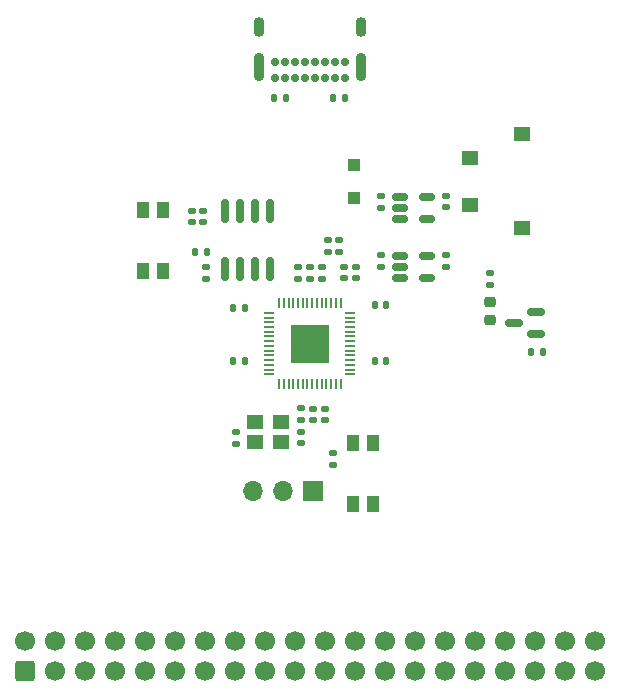
<source format=gbr>
%TF.GenerationSoftware,KiCad,Pcbnew,6.0.7+dfsg-1~bpo11+1*%
%TF.CreationDate,2022-08-19T21:28:34-04:00*%
%TF.ProjectId,iov-rp2040,696f762d-7270-4323-9034-302e6b696361,rev?*%
%TF.SameCoordinates,Original*%
%TF.FileFunction,Soldermask,Top*%
%TF.FilePolarity,Negative*%
%FSLAX46Y46*%
G04 Gerber Fmt 4.6, Leading zero omitted, Abs format (unit mm)*
G04 Created by KiCad (PCBNEW 6.0.7+dfsg-1~bpo11+1) date 2022-08-19 21:28:34*
%MOMM*%
%LPD*%
G01*
G04 APERTURE LIST*
G04 Aperture macros list*
%AMRoundRect*
0 Rectangle with rounded corners*
0 $1 Rounding radius*
0 $2 $3 $4 $5 $6 $7 $8 $9 X,Y pos of 4 corners*
0 Add a 4 corners polygon primitive as box body*
4,1,4,$2,$3,$4,$5,$6,$7,$8,$9,$2,$3,0*
0 Add four circle primitives for the rounded corners*
1,1,$1+$1,$2,$3*
1,1,$1+$1,$4,$5*
1,1,$1+$1,$6,$7*
1,1,$1+$1,$8,$9*
0 Add four rect primitives between the rounded corners*
20,1,$1+$1,$2,$3,$4,$5,0*
20,1,$1+$1,$4,$5,$6,$7,0*
20,1,$1+$1,$6,$7,$8,$9,0*
20,1,$1+$1,$8,$9,$2,$3,0*%
G04 Aperture macros list end*
%ADD10RoundRect,0.140000X0.170000X-0.140000X0.170000X0.140000X-0.170000X0.140000X-0.170000X-0.140000X0*%
%ADD11RoundRect,0.150000X0.150000X-0.825000X0.150000X0.825000X-0.150000X0.825000X-0.150000X-0.825000X0*%
%ADD12RoundRect,0.140000X-0.170000X0.140000X-0.170000X-0.140000X0.170000X-0.140000X0.170000X0.140000X0*%
%ADD13R,1.000000X1.450000*%
%ADD14RoundRect,0.050000X-0.387500X-0.050000X0.387500X-0.050000X0.387500X0.050000X-0.387500X0.050000X0*%
%ADD15RoundRect,0.050000X-0.050000X-0.387500X0.050000X-0.387500X0.050000X0.387500X-0.050000X0.387500X0*%
%ADD16R,3.200000X3.200000*%
%ADD17R,1.700000X1.700000*%
%ADD18O,1.700000X1.700000*%
%ADD19RoundRect,0.150000X-0.512500X-0.150000X0.512500X-0.150000X0.512500X0.150000X-0.512500X0.150000X0*%
%ADD20RoundRect,0.140000X0.140000X0.170000X-0.140000X0.170000X-0.140000X-0.170000X0.140000X-0.170000X0*%
%ADD21R,1.100000X1.100000*%
%ADD22RoundRect,0.135000X0.135000X0.185000X-0.135000X0.185000X-0.135000X-0.185000X0.135000X-0.185000X0*%
%ADD23RoundRect,0.135000X0.185000X-0.135000X0.185000X0.135000X-0.185000X0.135000X-0.185000X-0.135000X0*%
%ADD24RoundRect,0.135000X-0.135000X-0.185000X0.135000X-0.185000X0.135000X0.185000X-0.135000X0.185000X0*%
%ADD25RoundRect,0.218750X0.256250X-0.218750X0.256250X0.218750X-0.256250X0.218750X-0.256250X-0.218750X0*%
%ADD26RoundRect,0.140000X-0.140000X-0.170000X0.140000X-0.170000X0.140000X0.170000X-0.140000X0.170000X0*%
%ADD27C,0.700000*%
%ADD28O,0.900000X1.700000*%
%ADD29O,0.900000X2.400000*%
%ADD30R,1.400000X1.200000*%
%ADD31RoundRect,0.135000X-0.185000X0.135000X-0.185000X-0.135000X0.185000X-0.135000X0.185000X0.135000X0*%
%ADD32RoundRect,0.250000X0.600000X-0.600000X0.600000X0.600000X-0.600000X0.600000X-0.600000X-0.600000X0*%
%ADD33C,1.700000*%
%ADD34RoundRect,0.150000X0.587500X0.150000X-0.587500X0.150000X-0.587500X-0.150000X0.587500X-0.150000X0*%
G04 APERTURE END LIST*
D10*
%TO.C,C7*%
X152750000Y-128980000D03*
X152750000Y-128020000D03*
%TD*%
D11*
%TO.C,U3*%
X151845000Y-114225000D03*
X153115000Y-114225000D03*
X154385000Y-114225000D03*
X155655000Y-114225000D03*
X155655000Y-109275000D03*
X154385000Y-109275000D03*
X153115000Y-109275000D03*
X151845000Y-109275000D03*
%TD*%
D10*
%TO.C,C13*%
X162890000Y-114980000D03*
X162890000Y-114020000D03*
%TD*%
D12*
%TO.C,C8*%
X158250000Y-128000000D03*
X158250000Y-128960000D03*
%TD*%
D13*
%TO.C,SW2*%
X144900000Y-109175000D03*
X144900000Y-114325000D03*
X146600000Y-109175000D03*
X146600000Y-114325000D03*
%TD*%
D14*
%TO.C,U4*%
X155562500Y-117900000D03*
X155562500Y-118300000D03*
X155562500Y-118700000D03*
X155562500Y-119100000D03*
X155562500Y-119500000D03*
X155562500Y-119900000D03*
X155562500Y-120300000D03*
X155562500Y-120700000D03*
X155562500Y-121100000D03*
X155562500Y-121500000D03*
X155562500Y-121900000D03*
X155562500Y-122300000D03*
X155562500Y-122700000D03*
X155562500Y-123100000D03*
D15*
X156400000Y-123937500D03*
X156800000Y-123937500D03*
X157200000Y-123937500D03*
X157600000Y-123937500D03*
X158000000Y-123937500D03*
X158400000Y-123937500D03*
X158800000Y-123937500D03*
X159200000Y-123937500D03*
X159600000Y-123937500D03*
X160000000Y-123937500D03*
X160400000Y-123937500D03*
X160800000Y-123937500D03*
X161200000Y-123937500D03*
X161600000Y-123937500D03*
D14*
X162437500Y-123100000D03*
X162437500Y-122700000D03*
X162437500Y-122300000D03*
X162437500Y-121900000D03*
X162437500Y-121500000D03*
X162437500Y-121100000D03*
X162437500Y-120700000D03*
X162437500Y-120300000D03*
X162437500Y-119900000D03*
X162437500Y-119500000D03*
X162437500Y-119100000D03*
X162437500Y-118700000D03*
X162437500Y-118300000D03*
X162437500Y-117900000D03*
D15*
X161600000Y-117062500D03*
X161200000Y-117062500D03*
X160800000Y-117062500D03*
X160400000Y-117062500D03*
X160000000Y-117062500D03*
X159600000Y-117062500D03*
X159200000Y-117062500D03*
X158800000Y-117062500D03*
X158400000Y-117062500D03*
X158000000Y-117062500D03*
X157600000Y-117062500D03*
X157200000Y-117062500D03*
X156800000Y-117062500D03*
X156400000Y-117062500D03*
D16*
X159000000Y-120500000D03*
%TD*%
D17*
%TO.C,J2*%
X159275000Y-133000000D03*
D18*
X156735000Y-133000000D03*
X154195000Y-133000000D03*
%TD*%
D19*
%TO.C,U1*%
X166612500Y-108050000D03*
X166612500Y-109000000D03*
X166612500Y-109950000D03*
X168887500Y-109950000D03*
X168887500Y-108050000D03*
%TD*%
D12*
%TO.C,C6*%
X170500000Y-113020000D03*
X170500000Y-113980000D03*
%TD*%
D20*
%TO.C,C15*%
X153480000Y-122000000D03*
X152520000Y-122000000D03*
%TD*%
D21*
%TO.C,D2*%
X162750000Y-108150000D03*
X162750000Y-105350000D03*
%TD*%
D22*
%TO.C,R2*%
X157010000Y-99750000D03*
X155990000Y-99750000D03*
%TD*%
D12*
%TO.C,C2*%
X165000000Y-113020000D03*
X165000000Y-113980000D03*
%TD*%
D23*
%TO.C,R10*%
X174250000Y-115510000D03*
X174250000Y-114490000D03*
%TD*%
D20*
%TO.C,C14*%
X153480000Y-117500000D03*
X152520000Y-117500000D03*
%TD*%
D23*
%TO.C,R8*%
X150250000Y-115010000D03*
X150250000Y-113990000D03*
%TD*%
D24*
%TO.C,R6*%
X149240000Y-112750000D03*
X150260000Y-112750000D03*
%TD*%
D25*
%TO.C,D1*%
X174250000Y-118537500D03*
X174250000Y-116962500D03*
%TD*%
D26*
%TO.C,C17*%
X164520000Y-122000000D03*
X165480000Y-122000000D03*
%TD*%
D24*
%TO.C,R9*%
X177740000Y-121250000D03*
X178760000Y-121250000D03*
%TD*%
D27*
%TO.C,J1*%
X161975000Y-98025000D03*
X161125000Y-98025000D03*
X160275000Y-98025000D03*
X159425000Y-98025000D03*
X158575000Y-98025000D03*
X157725000Y-98025000D03*
X156875000Y-98025000D03*
X156025000Y-98025000D03*
X156025000Y-96675000D03*
X156875000Y-96675000D03*
X157725000Y-96675000D03*
X158575000Y-96675000D03*
X159425000Y-96675000D03*
X160275000Y-96675000D03*
X161125000Y-96675000D03*
X161975000Y-96675000D03*
D28*
X154675000Y-93665000D03*
D29*
X163325000Y-97045000D03*
D28*
X163325000Y-93665000D03*
D29*
X154675000Y-97045000D03*
%TD*%
D26*
%TO.C,C18*%
X164520000Y-117250000D03*
X165480000Y-117250000D03*
%TD*%
D30*
%TO.C,SW1*%
X176950000Y-102750000D03*
X172550000Y-104750000D03*
X172550000Y-108750000D03*
X176950000Y-110750000D03*
%TD*%
D19*
%TO.C,U2*%
X166612500Y-113050000D03*
X166612500Y-114000000D03*
X166612500Y-114950000D03*
X168887500Y-114950000D03*
X168887500Y-113050000D03*
%TD*%
D10*
%TO.C,C19*%
X159000000Y-115000000D03*
X159000000Y-114040000D03*
%TD*%
D12*
%TO.C,C3*%
X149000000Y-109290000D03*
X149000000Y-110250000D03*
%TD*%
D13*
%TO.C,SW3*%
X162650000Y-128925000D03*
X162650000Y-134075000D03*
X164350000Y-128925000D03*
X164350000Y-134075000D03*
%TD*%
D30*
%TO.C,Y1*%
X154400000Y-128850000D03*
X156600000Y-128850000D03*
X156600000Y-127150000D03*
X154400000Y-127150000D03*
%TD*%
D31*
%TO.C,R5*%
X161500000Y-111740000D03*
X161500000Y-112760000D03*
%TD*%
D10*
%TO.C,C12*%
X160000000Y-115000000D03*
X160000000Y-114040000D03*
%TD*%
%TO.C,C11*%
X158000000Y-115000000D03*
X158000000Y-114040000D03*
%TD*%
D31*
%TO.C,R7*%
X161000000Y-129740000D03*
X161000000Y-130760000D03*
%TD*%
D12*
%TO.C,C4*%
X150000000Y-109270000D03*
X150000000Y-110230000D03*
%TD*%
%TO.C,C5*%
X170500000Y-108020000D03*
X170500000Y-108980000D03*
%TD*%
%TO.C,C1*%
X165000000Y-108040000D03*
X165000000Y-109000000D03*
%TD*%
D24*
%TO.C,R1*%
X160990000Y-99750000D03*
X162010000Y-99750000D03*
%TD*%
D31*
%TO.C,R4*%
X160500000Y-111740000D03*
X160500000Y-112760000D03*
%TD*%
%TO.C,R3*%
X158250000Y-125990000D03*
X158250000Y-127010000D03*
%TD*%
D10*
%TO.C,C9*%
X161890000Y-114980000D03*
X161890000Y-114020000D03*
%TD*%
D32*
%TO.C,J3*%
X134870000Y-148252500D03*
D33*
X134870000Y-145712500D03*
X137410000Y-148252500D03*
X137410000Y-145712500D03*
X139950000Y-148252500D03*
X139950000Y-145712500D03*
X142490000Y-148252500D03*
X142490000Y-145712500D03*
X145030000Y-148252500D03*
X145030000Y-145712500D03*
X147570000Y-148252500D03*
X147570000Y-145712500D03*
X150110000Y-148252500D03*
X150110000Y-145712500D03*
X152650000Y-148252500D03*
X152650000Y-145712500D03*
X155190000Y-148252500D03*
X155190000Y-145712500D03*
X157730000Y-148252500D03*
X157730000Y-145712500D03*
X160270000Y-148252500D03*
X160270000Y-145712500D03*
X162810000Y-148252500D03*
X162810000Y-145712500D03*
X165350000Y-148252500D03*
X165350000Y-145712500D03*
X167890000Y-148252500D03*
X167890000Y-145712500D03*
X170430000Y-148252500D03*
X170430000Y-145712500D03*
X172970000Y-148252500D03*
X172970000Y-145712500D03*
X175510000Y-148252500D03*
X175510000Y-145712500D03*
X178050000Y-148252500D03*
X178050000Y-145712500D03*
X180590000Y-148252500D03*
X180590000Y-145712500D03*
X183130000Y-148252500D03*
X183130000Y-145712500D03*
%TD*%
D12*
%TO.C,C10*%
X160250000Y-126020000D03*
X160250000Y-126980000D03*
%TD*%
D34*
%TO.C,Q1*%
X178187500Y-119700000D03*
X178187500Y-117800000D03*
X176312500Y-118750000D03*
%TD*%
D12*
%TO.C,C16*%
X159250000Y-126020000D03*
X159250000Y-126980000D03*
%TD*%
M02*

</source>
